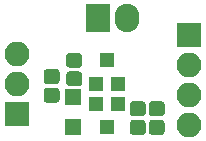
<source format=gbr>
G04 #@! TF.GenerationSoftware,KiCad,Pcbnew,6.0.0-rc1-unknown-da35b16~65~ubuntu18.04.1*
G04 #@! TF.CreationDate,2018-07-20T19:33:13-07:00*
G04 #@! TF.ProjectId,ZProbe,5A50726F62652E6B696361645F706362,rev?*
G04 #@! TF.SameCoordinates,Original*
G04 #@! TF.FileFunction,Soldermask,Top*
G04 #@! TF.FilePolarity,Negative*
%FSLAX46Y46*%
G04 Gerber Fmt 4.6, Leading zero omitted, Abs format (unit mm)*
G04 Created by KiCad (PCBNEW 6.0.0-rc1-unknown-da35b16~65~ubuntu18.04.1) date Fri Jul 20 19:33:13 2018*
%MOMM*%
%LPD*%
G01*
G04 APERTURE LIST*
%ADD10C,0.100000*%
%ADD11C,1.275000*%
%ADD12R,2.100000X2.400000*%
%ADD13O,2.100000X2.400000*%
%ADD14R,2.100000X2.100000*%
%ADD15O,2.100000X2.100000*%
%ADD16R,1.400000X1.400000*%
%ADD17R,1.200000X1.300000*%
G04 APERTURE END LIST*
D10*
G04 #@! TO.C,C2*
G36*
X101687493Y-57164035D02*
X101718435Y-57168625D01*
X101748778Y-57176225D01*
X101778230Y-57186763D01*
X101806508Y-57200138D01*
X101833338Y-57216219D01*
X101858463Y-57234853D01*
X101881640Y-57255860D01*
X101902647Y-57279037D01*
X101921281Y-57304162D01*
X101937362Y-57330992D01*
X101950737Y-57359270D01*
X101961275Y-57388722D01*
X101968875Y-57419065D01*
X101973465Y-57450007D01*
X101975000Y-57481250D01*
X101975000Y-58118750D01*
X101973465Y-58149993D01*
X101968875Y-58180935D01*
X101961275Y-58211278D01*
X101950737Y-58240730D01*
X101937362Y-58269008D01*
X101921281Y-58295838D01*
X101902647Y-58320963D01*
X101881640Y-58344140D01*
X101858463Y-58365147D01*
X101833338Y-58383781D01*
X101806508Y-58399862D01*
X101778230Y-58413237D01*
X101748778Y-58423775D01*
X101718435Y-58431375D01*
X101687493Y-58435965D01*
X101656250Y-58437500D01*
X100943750Y-58437500D01*
X100912507Y-58435965D01*
X100881565Y-58431375D01*
X100851222Y-58423775D01*
X100821770Y-58413237D01*
X100793492Y-58399862D01*
X100766662Y-58383781D01*
X100741537Y-58365147D01*
X100718360Y-58344140D01*
X100697353Y-58320963D01*
X100678719Y-58295838D01*
X100662638Y-58269008D01*
X100649263Y-58240730D01*
X100638725Y-58211278D01*
X100631125Y-58180935D01*
X100626535Y-58149993D01*
X100625000Y-58118750D01*
X100625000Y-57481250D01*
X100626535Y-57450007D01*
X100631125Y-57419065D01*
X100638725Y-57388722D01*
X100649263Y-57359270D01*
X100662638Y-57330992D01*
X100678719Y-57304162D01*
X100697353Y-57279037D01*
X100718360Y-57255860D01*
X100741537Y-57234853D01*
X100766662Y-57216219D01*
X100793492Y-57200138D01*
X100821770Y-57186763D01*
X100851222Y-57176225D01*
X100881565Y-57168625D01*
X100912507Y-57164035D01*
X100943750Y-57162500D01*
X101656250Y-57162500D01*
X101687493Y-57164035D01*
X101687493Y-57164035D01*
G37*
D11*
X101300000Y-57800000D03*
D10*
G36*
X101687493Y-55589035D02*
X101718435Y-55593625D01*
X101748778Y-55601225D01*
X101778230Y-55611763D01*
X101806508Y-55625138D01*
X101833338Y-55641219D01*
X101858463Y-55659853D01*
X101881640Y-55680860D01*
X101902647Y-55704037D01*
X101921281Y-55729162D01*
X101937362Y-55755992D01*
X101950737Y-55784270D01*
X101961275Y-55813722D01*
X101968875Y-55844065D01*
X101973465Y-55875007D01*
X101975000Y-55906250D01*
X101975000Y-56543750D01*
X101973465Y-56574993D01*
X101968875Y-56605935D01*
X101961275Y-56636278D01*
X101950737Y-56665730D01*
X101937362Y-56694008D01*
X101921281Y-56720838D01*
X101902647Y-56745963D01*
X101881640Y-56769140D01*
X101858463Y-56790147D01*
X101833338Y-56808781D01*
X101806508Y-56824862D01*
X101778230Y-56838237D01*
X101748778Y-56848775D01*
X101718435Y-56856375D01*
X101687493Y-56860965D01*
X101656250Y-56862500D01*
X100943750Y-56862500D01*
X100912507Y-56860965D01*
X100881565Y-56856375D01*
X100851222Y-56848775D01*
X100821770Y-56838237D01*
X100793492Y-56824862D01*
X100766662Y-56808781D01*
X100741537Y-56790147D01*
X100718360Y-56769140D01*
X100697353Y-56745963D01*
X100678719Y-56720838D01*
X100662638Y-56694008D01*
X100649263Y-56665730D01*
X100638725Y-56636278D01*
X100631125Y-56605935D01*
X100626535Y-56574993D01*
X100625000Y-56543750D01*
X100625000Y-55906250D01*
X100626535Y-55875007D01*
X100631125Y-55844065D01*
X100638725Y-55813722D01*
X100649263Y-55784270D01*
X100662638Y-55755992D01*
X100678719Y-55729162D01*
X100697353Y-55704037D01*
X100718360Y-55680860D01*
X100741537Y-55659853D01*
X100766662Y-55641219D01*
X100793492Y-55625138D01*
X100821770Y-55611763D01*
X100851222Y-55601225D01*
X100881565Y-55593625D01*
X100912507Y-55589035D01*
X100943750Y-55587500D01*
X101656250Y-55587500D01*
X101687493Y-55589035D01*
X101687493Y-55589035D01*
G37*
D11*
X101300000Y-56225000D03*
G04 #@! TD*
D12*
G04 #@! TO.C,J2*
X96300000Y-48500000D03*
D13*
X98800000Y-48500000D03*
G04 #@! TD*
D14*
G04 #@! TO.C,J1*
X89500000Y-56640000D03*
D15*
X89500000Y-54100000D03*
X89500000Y-51560000D03*
G04 #@! TD*
D14*
G04 #@! TO.C,J3*
X104000000Y-50000000D03*
D15*
X104000000Y-52540000D03*
X104000000Y-55080000D03*
X104000000Y-57620000D03*
G04 #@! TD*
D10*
G04 #@! TO.C,C1*
G36*
X94699993Y-53051535D02*
X94730935Y-53056125D01*
X94761278Y-53063725D01*
X94790730Y-53074263D01*
X94819008Y-53087638D01*
X94845838Y-53103719D01*
X94870963Y-53122353D01*
X94894140Y-53143360D01*
X94915147Y-53166537D01*
X94933781Y-53191662D01*
X94949862Y-53218492D01*
X94963237Y-53246770D01*
X94973775Y-53276222D01*
X94981375Y-53306565D01*
X94985965Y-53337507D01*
X94987500Y-53368750D01*
X94987500Y-54006250D01*
X94985965Y-54037493D01*
X94981375Y-54068435D01*
X94973775Y-54098778D01*
X94963237Y-54128230D01*
X94949862Y-54156508D01*
X94933781Y-54183338D01*
X94915147Y-54208463D01*
X94894140Y-54231640D01*
X94870963Y-54252647D01*
X94845838Y-54271281D01*
X94819008Y-54287362D01*
X94790730Y-54300737D01*
X94761278Y-54311275D01*
X94730935Y-54318875D01*
X94699993Y-54323465D01*
X94668750Y-54325000D01*
X93956250Y-54325000D01*
X93925007Y-54323465D01*
X93894065Y-54318875D01*
X93863722Y-54311275D01*
X93834270Y-54300737D01*
X93805992Y-54287362D01*
X93779162Y-54271281D01*
X93754037Y-54252647D01*
X93730860Y-54231640D01*
X93709853Y-54208463D01*
X93691219Y-54183338D01*
X93675138Y-54156508D01*
X93661763Y-54128230D01*
X93651225Y-54098778D01*
X93643625Y-54068435D01*
X93639035Y-54037493D01*
X93637500Y-54006250D01*
X93637500Y-53368750D01*
X93639035Y-53337507D01*
X93643625Y-53306565D01*
X93651225Y-53276222D01*
X93661763Y-53246770D01*
X93675138Y-53218492D01*
X93691219Y-53191662D01*
X93709853Y-53166537D01*
X93730860Y-53143360D01*
X93754037Y-53122353D01*
X93779162Y-53103719D01*
X93805992Y-53087638D01*
X93834270Y-53074263D01*
X93863722Y-53063725D01*
X93894065Y-53056125D01*
X93925007Y-53051535D01*
X93956250Y-53050000D01*
X94668750Y-53050000D01*
X94699993Y-53051535D01*
X94699993Y-53051535D01*
G37*
D11*
X94312500Y-53687500D03*
D10*
G36*
X94699993Y-51476535D02*
X94730935Y-51481125D01*
X94761278Y-51488725D01*
X94790730Y-51499263D01*
X94819008Y-51512638D01*
X94845838Y-51528719D01*
X94870963Y-51547353D01*
X94894140Y-51568360D01*
X94915147Y-51591537D01*
X94933781Y-51616662D01*
X94949862Y-51643492D01*
X94963237Y-51671770D01*
X94973775Y-51701222D01*
X94981375Y-51731565D01*
X94985965Y-51762507D01*
X94987500Y-51793750D01*
X94987500Y-52431250D01*
X94985965Y-52462493D01*
X94981375Y-52493435D01*
X94973775Y-52523778D01*
X94963237Y-52553230D01*
X94949862Y-52581508D01*
X94933781Y-52608338D01*
X94915147Y-52633463D01*
X94894140Y-52656640D01*
X94870963Y-52677647D01*
X94845838Y-52696281D01*
X94819008Y-52712362D01*
X94790730Y-52725737D01*
X94761278Y-52736275D01*
X94730935Y-52743875D01*
X94699993Y-52748465D01*
X94668750Y-52750000D01*
X93956250Y-52750000D01*
X93925007Y-52748465D01*
X93894065Y-52743875D01*
X93863722Y-52736275D01*
X93834270Y-52725737D01*
X93805992Y-52712362D01*
X93779162Y-52696281D01*
X93754037Y-52677647D01*
X93730860Y-52656640D01*
X93709853Y-52633463D01*
X93691219Y-52608338D01*
X93675138Y-52581508D01*
X93661763Y-52553230D01*
X93651225Y-52523778D01*
X93643625Y-52493435D01*
X93639035Y-52462493D01*
X93637500Y-52431250D01*
X93637500Y-51793750D01*
X93639035Y-51762507D01*
X93643625Y-51731565D01*
X93651225Y-51701222D01*
X93661763Y-51671770D01*
X93675138Y-51643492D01*
X93691219Y-51616662D01*
X93709853Y-51591537D01*
X93730860Y-51568360D01*
X93754037Y-51547353D01*
X93779162Y-51528719D01*
X93805992Y-51512638D01*
X93834270Y-51499263D01*
X93863722Y-51488725D01*
X93894065Y-51481125D01*
X93925007Y-51476535D01*
X93956250Y-51475000D01*
X94668750Y-51475000D01*
X94699993Y-51476535D01*
X94699993Y-51476535D01*
G37*
D11*
X94312500Y-52112500D03*
G04 #@! TD*
D16*
G04 #@! TO.C,D1*
X94250000Y-55250000D03*
X94250000Y-57750000D03*
G04 #@! TD*
D17*
G04 #@! TO.C,Q2*
X97100000Y-52100000D03*
X98050000Y-54100000D03*
X96150000Y-54100000D03*
G04 #@! TD*
G04 #@! TO.C,Q1*
X98050000Y-55800000D03*
X96150000Y-55800000D03*
X97100000Y-57800000D03*
G04 #@! TD*
D10*
G04 #@! TO.C,R2*
G36*
X100087493Y-55589035D02*
X100118435Y-55593625D01*
X100148778Y-55601225D01*
X100178230Y-55611763D01*
X100206508Y-55625138D01*
X100233338Y-55641219D01*
X100258463Y-55659853D01*
X100281640Y-55680860D01*
X100302647Y-55704037D01*
X100321281Y-55729162D01*
X100337362Y-55755992D01*
X100350737Y-55784270D01*
X100361275Y-55813722D01*
X100368875Y-55844065D01*
X100373465Y-55875007D01*
X100375000Y-55906250D01*
X100375000Y-56543750D01*
X100373465Y-56574993D01*
X100368875Y-56605935D01*
X100361275Y-56636278D01*
X100350737Y-56665730D01*
X100337362Y-56694008D01*
X100321281Y-56720838D01*
X100302647Y-56745963D01*
X100281640Y-56769140D01*
X100258463Y-56790147D01*
X100233338Y-56808781D01*
X100206508Y-56824862D01*
X100178230Y-56838237D01*
X100148778Y-56848775D01*
X100118435Y-56856375D01*
X100087493Y-56860965D01*
X100056250Y-56862500D01*
X99343750Y-56862500D01*
X99312507Y-56860965D01*
X99281565Y-56856375D01*
X99251222Y-56848775D01*
X99221770Y-56838237D01*
X99193492Y-56824862D01*
X99166662Y-56808781D01*
X99141537Y-56790147D01*
X99118360Y-56769140D01*
X99097353Y-56745963D01*
X99078719Y-56720838D01*
X99062638Y-56694008D01*
X99049263Y-56665730D01*
X99038725Y-56636278D01*
X99031125Y-56605935D01*
X99026535Y-56574993D01*
X99025000Y-56543750D01*
X99025000Y-55906250D01*
X99026535Y-55875007D01*
X99031125Y-55844065D01*
X99038725Y-55813722D01*
X99049263Y-55784270D01*
X99062638Y-55755992D01*
X99078719Y-55729162D01*
X99097353Y-55704037D01*
X99118360Y-55680860D01*
X99141537Y-55659853D01*
X99166662Y-55641219D01*
X99193492Y-55625138D01*
X99221770Y-55611763D01*
X99251222Y-55601225D01*
X99281565Y-55593625D01*
X99312507Y-55589035D01*
X99343750Y-55587500D01*
X100056250Y-55587500D01*
X100087493Y-55589035D01*
X100087493Y-55589035D01*
G37*
D11*
X99700000Y-56225000D03*
D10*
G36*
X100087493Y-57164035D02*
X100118435Y-57168625D01*
X100148778Y-57176225D01*
X100178230Y-57186763D01*
X100206508Y-57200138D01*
X100233338Y-57216219D01*
X100258463Y-57234853D01*
X100281640Y-57255860D01*
X100302647Y-57279037D01*
X100321281Y-57304162D01*
X100337362Y-57330992D01*
X100350737Y-57359270D01*
X100361275Y-57388722D01*
X100368875Y-57419065D01*
X100373465Y-57450007D01*
X100375000Y-57481250D01*
X100375000Y-58118750D01*
X100373465Y-58149993D01*
X100368875Y-58180935D01*
X100361275Y-58211278D01*
X100350737Y-58240730D01*
X100337362Y-58269008D01*
X100321281Y-58295838D01*
X100302647Y-58320963D01*
X100281640Y-58344140D01*
X100258463Y-58365147D01*
X100233338Y-58383781D01*
X100206508Y-58399862D01*
X100178230Y-58413237D01*
X100148778Y-58423775D01*
X100118435Y-58431375D01*
X100087493Y-58435965D01*
X100056250Y-58437500D01*
X99343750Y-58437500D01*
X99312507Y-58435965D01*
X99281565Y-58431375D01*
X99251222Y-58423775D01*
X99221770Y-58413237D01*
X99193492Y-58399862D01*
X99166662Y-58383781D01*
X99141537Y-58365147D01*
X99118360Y-58344140D01*
X99097353Y-58320963D01*
X99078719Y-58295838D01*
X99062638Y-58269008D01*
X99049263Y-58240730D01*
X99038725Y-58211278D01*
X99031125Y-58180935D01*
X99026535Y-58149993D01*
X99025000Y-58118750D01*
X99025000Y-57481250D01*
X99026535Y-57450007D01*
X99031125Y-57419065D01*
X99038725Y-57388722D01*
X99049263Y-57359270D01*
X99062638Y-57330992D01*
X99078719Y-57304162D01*
X99097353Y-57279037D01*
X99118360Y-57255860D01*
X99141537Y-57234853D01*
X99166662Y-57216219D01*
X99193492Y-57200138D01*
X99221770Y-57186763D01*
X99251222Y-57176225D01*
X99281565Y-57168625D01*
X99312507Y-57164035D01*
X99343750Y-57162500D01*
X100056250Y-57162500D01*
X100087493Y-57164035D01*
X100087493Y-57164035D01*
G37*
D11*
X99700000Y-57800000D03*
G04 #@! TD*
D10*
G04 #@! TO.C,R1*
G36*
X92787493Y-54439035D02*
X92818435Y-54443625D01*
X92848778Y-54451225D01*
X92878230Y-54461763D01*
X92906508Y-54475138D01*
X92933338Y-54491219D01*
X92958463Y-54509853D01*
X92981640Y-54530860D01*
X93002647Y-54554037D01*
X93021281Y-54579162D01*
X93037362Y-54605992D01*
X93050737Y-54634270D01*
X93061275Y-54663722D01*
X93068875Y-54694065D01*
X93073465Y-54725007D01*
X93075000Y-54756250D01*
X93075000Y-55393750D01*
X93073465Y-55424993D01*
X93068875Y-55455935D01*
X93061275Y-55486278D01*
X93050737Y-55515730D01*
X93037362Y-55544008D01*
X93021281Y-55570838D01*
X93002647Y-55595963D01*
X92981640Y-55619140D01*
X92958463Y-55640147D01*
X92933338Y-55658781D01*
X92906508Y-55674862D01*
X92878230Y-55688237D01*
X92848778Y-55698775D01*
X92818435Y-55706375D01*
X92787493Y-55710965D01*
X92756250Y-55712500D01*
X92043750Y-55712500D01*
X92012507Y-55710965D01*
X91981565Y-55706375D01*
X91951222Y-55698775D01*
X91921770Y-55688237D01*
X91893492Y-55674862D01*
X91866662Y-55658781D01*
X91841537Y-55640147D01*
X91818360Y-55619140D01*
X91797353Y-55595963D01*
X91778719Y-55570838D01*
X91762638Y-55544008D01*
X91749263Y-55515730D01*
X91738725Y-55486278D01*
X91731125Y-55455935D01*
X91726535Y-55424993D01*
X91725000Y-55393750D01*
X91725000Y-54756250D01*
X91726535Y-54725007D01*
X91731125Y-54694065D01*
X91738725Y-54663722D01*
X91749263Y-54634270D01*
X91762638Y-54605992D01*
X91778719Y-54579162D01*
X91797353Y-54554037D01*
X91818360Y-54530860D01*
X91841537Y-54509853D01*
X91866662Y-54491219D01*
X91893492Y-54475138D01*
X91921770Y-54461763D01*
X91951222Y-54451225D01*
X91981565Y-54443625D01*
X92012507Y-54439035D01*
X92043750Y-54437500D01*
X92756250Y-54437500D01*
X92787493Y-54439035D01*
X92787493Y-54439035D01*
G37*
D11*
X92400000Y-55075000D03*
D10*
G36*
X92787493Y-52864035D02*
X92818435Y-52868625D01*
X92848778Y-52876225D01*
X92878230Y-52886763D01*
X92906508Y-52900138D01*
X92933338Y-52916219D01*
X92958463Y-52934853D01*
X92981640Y-52955860D01*
X93002647Y-52979037D01*
X93021281Y-53004162D01*
X93037362Y-53030992D01*
X93050737Y-53059270D01*
X93061275Y-53088722D01*
X93068875Y-53119065D01*
X93073465Y-53150007D01*
X93075000Y-53181250D01*
X93075000Y-53818750D01*
X93073465Y-53849993D01*
X93068875Y-53880935D01*
X93061275Y-53911278D01*
X93050737Y-53940730D01*
X93037362Y-53969008D01*
X93021281Y-53995838D01*
X93002647Y-54020963D01*
X92981640Y-54044140D01*
X92958463Y-54065147D01*
X92933338Y-54083781D01*
X92906508Y-54099862D01*
X92878230Y-54113237D01*
X92848778Y-54123775D01*
X92818435Y-54131375D01*
X92787493Y-54135965D01*
X92756250Y-54137500D01*
X92043750Y-54137500D01*
X92012507Y-54135965D01*
X91981565Y-54131375D01*
X91951222Y-54123775D01*
X91921770Y-54113237D01*
X91893492Y-54099862D01*
X91866662Y-54083781D01*
X91841537Y-54065147D01*
X91818360Y-54044140D01*
X91797353Y-54020963D01*
X91778719Y-53995838D01*
X91762638Y-53969008D01*
X91749263Y-53940730D01*
X91738725Y-53911278D01*
X91731125Y-53880935D01*
X91726535Y-53849993D01*
X91725000Y-53818750D01*
X91725000Y-53181250D01*
X91726535Y-53150007D01*
X91731125Y-53119065D01*
X91738725Y-53088722D01*
X91749263Y-53059270D01*
X91762638Y-53030992D01*
X91778719Y-53004162D01*
X91797353Y-52979037D01*
X91818360Y-52955860D01*
X91841537Y-52934853D01*
X91866662Y-52916219D01*
X91893492Y-52900138D01*
X91921770Y-52886763D01*
X91951222Y-52876225D01*
X91981565Y-52868625D01*
X92012507Y-52864035D01*
X92043750Y-52862500D01*
X92756250Y-52862500D01*
X92787493Y-52864035D01*
X92787493Y-52864035D01*
G37*
D11*
X92400000Y-53500000D03*
G04 #@! TD*
M02*

</source>
